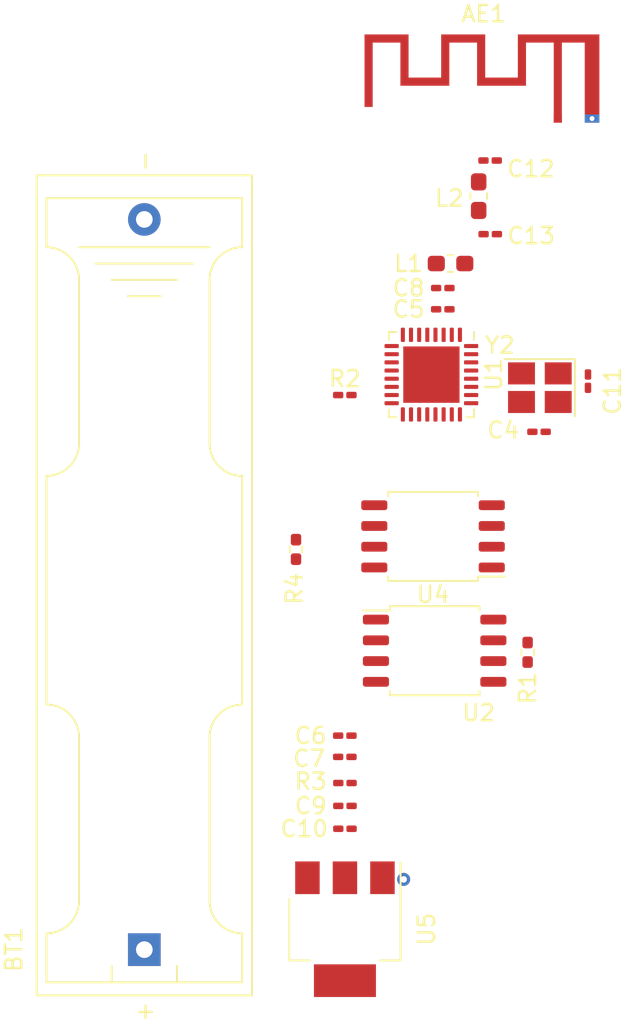
<source format=kicad_pcb>
(kicad_pcb (version 20221018) (generator pcbnew)
  (layers (0 "F.Cu" signal "Signal & Components") (1 "In1.Cu" power "GND") (2 "In2.Cu" power "Power") (31 "B.Cu" signal "Signal Only") (34 "B.Paste" user) (35 "F.Paste" user) (36 "B.SilkS" user "B.Silkscreen") (37 "F.SilkS" user "F.Silkscreen") (38 "B.Mask" user) (39 "F.Mask" user) (44 "Edge.Cuts" user))
  (net 0 "")
  (net 4 "Net-(U1-MTMS)")
  (net 5 "Net-(U1-MTDI)")
  (net 6 "Net-(U1-MTCK)")
  (net 7 "Net-(U1-MTDO)")
  (net 8 "Net-(U1-GPIO2)")
  (net 9 "Net-(U1-GPIO0)")
  (net 13 "GND")
  (net 15 "Net-(BT1-+)")
  (net 16 "Net-(U1-RES12K)")
  (net 17 "Net-(U1-VDDD)")
  (net 18 "Net-(U1-CHIP_PU)")
  (net 19 "Net-(C8-Pad1)")
  (net 20 "Net-(U1-SDIO_CLK)")
  (net 21 "Net-(U4-SCLK)")
  (net 22 "Net-(U1-SDIO_DATA_2)")
  (net 23 "Net-(U1-SDIO_DATA_3)")
  (net 24 "Net-(U1-SDIO_CMD)")
  (net 25 "Net-(U1-SDIO_DATA_0)")
  (net 26 "Net-(U1-SDIO_DATA_1)")
  (net 27 "Net-(AE1-A)")
  (net 28 "Net-(U1-XTAL_OUT)")
  (net 29 "Net-(U1-XTAL_IN)")
  (net 30 "Net-(U1-LNA)")
  (net 31 "Net-(U2-SCLK)")
  (footprint "Inductor_SMD:L_0603_1608Metric_Pad1.05x0.95mm_HandSolder" (layer "F.Cu") (at 147.8 73.075 -90)
    (fp_text reference "L2" (at 0.125 1.8 -180) (layer "F.SilkS"))
    (fp_text value "2.2nH" hide)
    (fp_line (start -0.171267 -0.51) (end 0.171267 -0.51) (stroke (width 0.12)) (layer "F.SilkS"))
    (fp_line (start -0.171267 0.51) (end 0.171267 0.51) (stroke (width 0.12)) (layer "F.SilkS"))
    (pad "1" smd roundrect (at -0.875 0 270) (size 1.05 0.95) (layers "F.Cu" "F.Paste" "F.Mask") (net 27 "Net-(AE1-A)"))
    (pad "2" smd roundrect (at 0.875 0 270) (size 1.05 0.95) (layers "F.Cu" "F.Paste" "F.Mask") (net 30 "Net-(U1-LNA)"))
  )
  (footprint "Resistor_SMD:R_0402_1005Metric_Pad0.72x0.64mm_HandSolder" (layer "F.Cu") (at 136.6 94.7 -90)
    (fp_text reference "R4" (at 2.3975 0.1 90) (layer "F.SilkS"))
    (fp_text value "200Ω" hide)
    (fp_line (start -0.167621 -0.38) (end 0.167621 -0.38) (stroke (width 0.12)) (layer "F.SilkS"))
    (fp_line (start -0.167621 0.38) (end 0.167621 0.38) (stroke (width 0.12)) (layer "F.SilkS"))
    (pad "1" smd roundrect (at -0.5975 0 270) (size 0.715 0.64) (layers "F.Cu" "F.Paste" "F.Mask") (net 20 "Net-(U1-SDIO_CLK)"))
    (pad "2" smd roundrect (at 0.5975 0 270) (size 0.715 0.64) (layers "F.Cu" "F.Paste" "F.Mask") (net 21 "Net-(U4-SCLK)"))
  )
  (footprint "Package_DFN_QFN:QFN-32-1EP_5x5mm_P0.5mm_EP3.45x3.45mm" (layer "F.Cu") (at 144.9 84 -90)
    (fp_text reference "U1" (at 0 -3.82 90) (layer "F.SilkS"))
    (fp_text value "ESP8266EX" hide)
    (fp_line (start -2.61 2.61) (end -2.61 2.135) (stroke (width 0.12)) (layer "F.SilkS"))
    (fp_line (start -2.135 -2.61) (end -2.61 -2.61) (stroke (width 0.12)) (layer "F.SilkS"))
    (fp_line (start -2.135 2.61) (end -2.61 2.61) (stroke (width 0.12)) (layer "F.SilkS"))
    (fp_line (start 2.135 -2.61) (end 2.61 -2.61) (stroke (width 0.12)) (layer "F.SilkS"))
    (fp_line (start 2.135 2.61) (end 2.61 2.61) (stroke (width 0.12)) (layer "F.SilkS"))
    (fp_line (start 2.61 -2.61) (end 2.61 -2.135) (stroke (width 0.12)) (layer "F.SilkS"))
    (fp_line (start 2.61 2.61) (end 2.61 2.135) (stroke (width 0.12)) (layer "F.SilkS"))
    (pad "1" smd roundrect (at -2.4375 -1.75 270) (size 0.875 0.25) (layers "F.Cu" "F.Paste" "F.Mask") (net 17 "Net-(U1-VDDD)"))
    (pad "2" smd roundrect (at -2.4375 -1.25 270) (size 0.875 0.25) (layers "F.Cu" "F.Paste" "F.Mask") (net 30 "Net-(U1-LNA)"))
    (pad "3" smd roundrect (at -2.4375 -0.75 270) (size 0.875 0.25) (layers "F.Cu" "F.Paste" "F.Mask") (net 19 "Net-(C8-Pad1)"))
    (pad "4" smd roundrect (at -2.4375 -0.25 270) (size 0.875 0.25) (layers "F.Cu" "F.Paste" "F.Mask") (net 19 "Net-(C8-Pad1)"))
    (pad "5" smd roundrect (at -2.4375 0.25 270) (size 0.875 0.25) (layers "F.Cu" "F.Paste" "F.Mask"))
    (pad "6" smd roundrect (at -2.4375 0.75 270) (size 0.875 0.25) (layers "F.Cu" "F.Paste" "F.Mask"))
    (pad "7" smd roundrect (at -2.4375 1.25 270) (size 0.875 0.25) (layers "F.Cu" "F.Paste" "F.Mask") (net 18 "Net-(U1-CHIP_PU)"))
    (pad "8" smd roundrect (at -2.4375 1.75 270) (size 0.875 0.25) (layers "F.Cu" "F.Paste" "F.Mask"))
    (pad "9" smd roundrect (at -1.75 2.4375 270) (size 0.25 0.875) (layers "F.Cu" "F.Paste" "F.Mask") (net 4 "Net-(U1-MTMS)"))
    (pad "10" smd roundrect (at -1.25 2.4375 270) (size 0.25 0.875) (layers "F.Cu" "F.Paste" "F.Mask") (net 5 "Net-(U1-MTDI)"))
    (pad "11" smd roundrect (at -0.75 2.4375 270) (size 0.25 0.875) (layers "F.Cu" "F.Paste" "F.Mask") (net 17 "Net-(U1-VDDD)"))
    (pad "12" smd roundrect (at -0.25 2.4375 270) (size 0.25 0.875) (layers "F.Cu" "F.Paste" "F.Mask") (net 6 "Net-(U1-MTCK)"))
    (pad "13" smd roundrect (at 0.25 2.4375 270) (size 0.25 0.875) (layers "F.Cu" "F.Paste" "F.Mask") (net 7 "Net-(U1-MTDO)"))
    (pad "14" smd roundrect (at 0.75 2.4375 270) (size 0.25 0.875) (layers "F.Cu" "F.Paste" "F.Mask") (net 8 "Net-(U1-GPIO2)"))
    (pad "15" smd roundrect (at 1.25 2.4375 270) (size 0.25 0.875) (layers "F.Cu" "F.Paste" "F.Mask") (net 9 "Net-(U1-GPIO0)"))
    (pad "16" smd roundrect (at 1.75 2.4375 270) (size 0.25 0.875) (layers "F.Cu" "F.Paste" "F.Mask"))
    (pad "17" smd roundrect (at 2.4375 1.75 270) (size 0.875 0.25) (layers "F.Cu" "F.Paste" "F.Mask") (net 17 "Net-(U1-VDDD)"))
    (pad "18" smd roundrect (at 2.4375 1.25 270) (size 0.875 0.25) (layers "F.Cu" "F.Paste" "F.Mask") (net 22 "Net-(U1-SDIO_DATA_2)"))
    (pad "19" smd roundrect (at 2.4375 0.75 270) (size 0.875 0.25) (layers "F.Cu" "F.Paste" "F.Mask") (net 23 "Net-(U1-SDIO_DATA_3)"))
    (pad "20" smd roundrect (at 2.4375 0.25 270) (size 0.875 0.25) (layers "F.Cu" "F.Paste" "F.Mask") (net 24 "Net-(U1-SDIO_CMD)"))
    (pad "21" smd roundrect (at 2.4375 -0.25 270) (size 0.875 0.25) (layers "F.Cu" "F.Paste" "F.Mask") (net 20 "Net-(U1-SDIO_CLK)"))
    (pad "22" smd roundrect (at 2.4375 -0.75 270) (size 0.875 0.25) (layers "F.Cu" "F.Paste" "F.Mask") (net 25 "Net-(U1-SDIO_DATA_0)"))
    (pad "23" smd roundrect (at 2.4375 -1.25 270) (size 0.875 0.25) (layers "F.Cu" "F.Paste" "F.Mask") (net 26 "Net-(U1-SDIO_DATA_1)"))
    (pad "24" smd roundrect (at 2.4375 -1.75 270) (size 0.875 0.25) (layers "F.Cu" "F.Paste" "F.Mask"))
    (pad "25" smd roundrect (at 1.75 -2.4375 270) (size 0.25 0.875) (layers "F.Cu" "F.Paste" "F.Mask"))
    (pad "26" smd roundrect (at 1.25 -2.4375 270) (size 0.25 0.875) (layers "F.Cu" "F.Paste" "F.Mask"))
    (pad "27" smd roundrect (at 0.75 -2.4375 270) (size 0.25 0.875) (layers "F.Cu" "F.Paste" "F.Mask") (net 28 "Net-(U1-XTAL_OUT)"))
    (pad "28" smd roundrect (at 0.25 -2.4375 270) (size 0.25 0.875) (layers "F.Cu" "F.Paste" "F.Mask") (net 29 "Net-(U1-XTAL_IN)"))
    (pad "29" smd roundrect (at -0.25 -2.4375 270) (size 0.25 0.875) (layers "F.Cu" "F.Paste" "F.Mask") (net 17 "Net-(U1-VDDD)"))
    (pad "30" smd roundrect (at -0.75 -2.4375 270) (size 0.25 0.875) (layers "F.Cu" "F.Paste" "F.Mask") (net 17 "Net-(U1-VDDD)"))
    (pad "31" smd roundrect (at -1.25 -2.4375 270) (size 0.25 0.875) (layers "F.Cu" "F.Paste" "F.Mask") (net 16 "Net-(U1-RES12K)"))
    (pad "32" smd roundrect (at -1.75 -2.4375 270) (size 0.25 0.875) (layers "F.Cu" "F.Paste" "F.Mask") (net 18 "Net-(U1-CHIP_PU)"))
    (pad "33" smd rect (at 0 0 270) (size 3.45 3.45) (layers "F.Cu" "F.Mask") (net 13 "GND"))
  )
  (footprint "RF_Antenna:Texas_SWRA117D_2.4GHz_Left" (layer "F.Cu") (at 152.65 68.325)
    (fp_text reference "AE1" (at -4.55 -6.41) (layer "F.SilkS"))
    (fp_text value "PCB Printed Antenna")
    (fp_poly (pts (xy -2.45 -2.51) (xy -4.45 -2.51) (xy -4.45 -5.15) (xy -7.15 -5.15) (xy -7.15 -2.51) (xy -9.15 -2.51) (xy -9.15 -5.15) (xy -11.85 -5.15) (xy -11.85 -0.71) (xy -11.35 -0.71) (xy -11.35 -4.65) (xy -9.65 -4.65) (xy -9.65 -2.01) (xy -6.65 -2.01) (xy -6.65 -4.65) (xy -4.95 -4.65) (xy -4.95 -2.01) (xy -1.95 -2.01) (xy -1.95 -4.65) (xy -0.25 -4.65) (xy -0.25 0.25) (xy 0.25 0.25) (xy 0.25 -4.65) (xy 1.65 -4.65) (xy 1.65 0.25) (xy 2.55 0.25) (xy 2.55 0.006785) (xy 2.247583 0.006785) (xy 2.237742 0.054395) (xy 2.213674 0.096797) (xy 2.175731 0.129581) (xy 2.167819 0.133935) (xy 2.125156 0.146043) (xy 2.076637 0.1453) (xy 2.031122 0.1324) (xy 2.012511 0.121787) (xy 1.978868 0.086553) (xy 1.958309 0.041368) (xy 1.951778 -0.008158) (xy 1.960218 -0.056417) (xy 1.977112 -0.088643) (xy 2.012372 -0.121313) (xy 2.057682 -0.141408) (xy 2.107267 -0.147982) (xy 2.155353 -0.140092) (xy 2.188245 -0.123186) (xy 2.223185 -0.086416) (xy 2.242847 -0.041622) (xy 2.247583 0.006785) (xy 2.55 0.006785) (xy 2.55 -5.15) (xy -2.45 -5.15) (xy -2.45 -2.51)) (fill solid) (layer "F.Cu"))
    (pad "1" connect rect (at 0 0) (size 0.5 0.5) (layers "F.Cu") (net 27 "Net-(AE1-A)"))
    (pad "2" thru_hole rect (at 2.1 0) (size 0.9 0.5) (drill 0.3) (layers "*.Cu") (net 13 "GND"))
  )
  (footprint "Capacitor_SMD:C_0201_0603Metric_Pad0.64x0.40mm_HandSolder" (layer "F.Cu") (at 139.5925 107.4 180)
    (fp_text reference "C7" (at 2.1925 -0.1) (layer "F.SilkS"))
    (fp_text value "0.1uF" hide)
    (pad "1" smd roundrect (at -0.4075 0 180) (size 0.635 0.4) (layers "F.Cu" "F.Mask") (net 18 "Net-(U1-CHIP_PU)"))
    (pad "2" smd roundrect (at 0.4075 0 180) (size 0.635 0.4) (layers "F.Cu" "F.Mask") (net 13 "GND"))
  )
  (footprint "Capacitor_SMD:C_0201_0603Metric_Pad0.64x0.40mm_HandSolder" (layer "F.Cu") (at 145.6 78.7 180)
    (fp_text reference "C8" (at 2.1 0) (layer "F.SilkS"))
    (fp_text value "0.1uF" hide)
    (pad "1" smd roundrect (at -0.4075 0 180) (size 0.635 0.4) (layers "F.Cu" "F.Mask") (net 19 "Net-(C8-Pad1)"))
    (pad "2" smd roundrect (at 0.4075 0 180) (size 0.635 0.4) (layers "F.Cu" "F.Mask") (net 13 "GND"))
  )
  (footprint "Capacitor_SMD:C_0201_0603Metric_Pad0.64x0.40mm_HandSolder" (layer "F.Cu") (at 139.6 110.4)
    (fp_text reference "C9" (at -2.1 0) (layer "F.SilkS"))
    (fp_text value "1uF" hide)
    (pad "1" smd roundrect (at -0.4075 0) (size 0.635 0.4) (layers "F.Cu" "F.Mask") (net 17 "Net-(U1-VDDD)"))
    (pad "2" smd roundrect (at 0.4075 0) (size 0.635 0.4) (layers "F.Cu" "F.Mask") (net 13 "GND"))
  )
  (footprint "Capacitor_SMD:C_0201_0603Metric_Pad0.64x0.40mm_HandSolder" (layer "F.Cu") (at 148.5 70.8925)
    (fp_text reference "C12" (at 2.5 0.5075) (layer "F.SilkS"))
    (fp_text value "2.4pF" hide)
    (pad "1" smd roundrect (at -0.4075 0) (size 0.635 0.4) (layers "F.Cu" "F.Mask") (net 27 "Net-(AE1-A)"))
    (pad "2" smd roundrect (at 0.4075 0) (size 0.635 0.4) (layers "F.Cu" "F.Mask") (net 13 "GND"))
  )
  (footprint "Capacitor_SMD:C_0201_0603Metric_Pad0.64x0.40mm_HandSolder" (layer "F.Cu") (at 148.5075 75.4)
    (fp_text reference "C13" (at 2.5075 0.1) (layer "F.SilkS"))
    (fp_text value "3pF" hide)
    (pad "1" smd roundrect (at -0.4075 0) (size 0.635 0.4) (layers "F.Cu" "F.Mask") (net 30 "Net-(U1-LNA)"))
    (pad "2" smd roundrect (at 0.4075 0) (size 0.635 0.4) (layers "F.Cu" "F.Mask") (net 13 "GND"))
  )
  (footprint "Resistor_SMD:R_0201_0603Metric_Pad0.64x0.40mm_HandSolder" (layer "F.Cu") (at 139.5925 85.25 180)
    (fp_text reference "R2" (at 0 1) (layer "F.SilkS"))
    (fp_text value "12kΩ ±1%" hide)
    (pad "1" smd roundrect (at -0.4075 0 180) (size 0.635 0.4) (layers "F.Cu" "F.Mask") (net 16 "Net-(U1-RES12K)"))
    (pad "2" smd roundrect (at 0.4075 0 180) (size 0.635 0.4) (layers "F.Cu" "F.Mask") (net 13 "GND"))
  )
  (footprint "Package_SO:SOP-8_5.28x5.23mm_P1.27mm" (layer "F.Cu") (at 145 93.9 180)
    (fp_text reference "U4" (at 0 -3.56) (layer "F.SilkS"))
    (fp_text value "MX25R3235FM2xx1" hide)
    (fp_line (start -2.75 -2.725) (end -2.75 -2.465) (stroke (width 0.12)) (layer "F.SilkS"))
    (fp_line (start -2.75 -2.465) (end -4.4 -2.465) (stroke (width 0.12)) (layer "F.SilkS"))
    (fp_line (start -2.75 2.725) (end -2.75 2.465) (stroke (width 0.12)) (layer "F.SilkS"))
    (fp_line (start 0 -2.725) (end -2.75 -2.725) (stroke (width 0.12)) (layer "F.SilkS"))
    (fp_line (start 0 -2.725) (end 2.75 -2.725) (stroke (width 0.12)) (layer "F.SilkS"))
    (fp_line (start 0 2.725) (end -2.75 2.725) (stroke (width 0.12)) (layer "F.SilkS"))
    (fp_line (start 0 2.725) (end 2.75 2.725) (stroke (width 0.12)) (layer "F.SilkS"))
    (fp_line (start 2.75 -2.725) (end 2.75 -2.465) (stroke (width 0.12)) (layer "F.SilkS"))
    (fp_line (start 2.75 2.725) (end 2.75 2.465) (stroke (width 0.12)) (layer "F.SilkS"))
    (pad "1" smd roundrect (at -3.6 -1.905 180) (size 1.6 0.6) (layers "F.Cu" "F.Paste" "F.Mask") (net 24 "Net-(U1-SDIO_CMD)"))
    (pad "2" smd roundrect (at -3.6 -0.635 180) (size 1.6 0.6) (layers "F.Cu" "F.Paste" "F.Mask") (net 25 "Net-(U1-SDIO_DATA_0)"))
    (pad "3" smd roundrect (at -3.6 0.635 180) (size 1.6 0.6) (layers "F.Cu" "F.Paste" "F.Mask") (net 23 "Net-(U1-SDIO_DATA_3)"))
    (pad "4" smd roundrect (at -3.6 1.905 180) (size 1.6 0.6) (layers "F.Cu" "F.Paste" "F.Mask") (net 13 "GND"))
    (pad "5" smd roundrect (at 3.6 1.905 180) (size 1.6 0.6) (layers "F.Cu" "F.Paste" "F.Mask") (net 26 "Net-(U1-SDIO_DATA_1)"))
    (pad "6" smd roundrect (at 3.6 0.635 180) (size 1.6 0.6) (layers "F.Cu" "F.Paste" "F.Mask") (net 21 "Net-(U4-SCLK)"))
    (pad "7" smd roundrect (at 3.6 -0.635 180) (size 1.6 0.6) (layers "F.Cu" "F.Paste" "F.Mask") (net 22 "Net-(U1-SDIO_DATA_2)"))
    (pad "8" smd roundrect (at 3.6 -1.905 180) (size 1.6 0.6) (layers "F.Cu" "F.Paste" "F.Mask") (net 17 "Net-(U1-VDDD)"))
  )
  (footprint "Capacitor_SMD:C_0201_0603Metric_Pad0.64x0.40mm_HandSolder" (layer "F.Cu") (at 139.5925 106.1 180)
    (fp_text reference "C6" (at 2.1 0) (layer "F.SilkS"))
    (fp_text value "10uF" hide)
    (pad "1" smd roundrect (at -0.4075 0 180) (size 0.635 0.4) (layers "F.Cu" "F.Mask") (net 17 "Net-(U1-VDDD)"))
    (pad "2" smd roundrect (at 0.4075 0 180) (size 0.635 0.4) (layers "F.Cu" "F.Mask") (net 13 "GND"))
  )
  (footprint "Capacitor_SMD:C_0201_0603Metric_Pad0.64x0.40mm_HandSolder" (layer "F.Cu") (at 151.5 87.5)
    (fp_text reference "C4" (at -2.2 -0.1) (layer "F.SilkS"))
    (fp_text value "15pF" hide)
    (pad "1" smd roundrect (at -0.4075 0) (size 0.635 0.4) (layers "F.Cu" "F.Mask") (net 28 "Net-(U1-XTAL_OUT)"))
    (pad "2" smd roundrect (at 0.4075 0) (size 0.635 0.4) (layers "F.Cu" "F.Mask") (net 13 "GND"))
  )
  (footprint "Resistor_SMD:R_0201_0603Metric_Pad0.64x0.40mm_HandSolder" (layer "F.Cu") (at 139.6 109)
    (fp_text reference "R3" (at -2.1 -0.1) (layer "F.SilkS"))
    (fp_text value "10kΩ" hide)
    (pad "1" smd roundrect (at -0.4075 0) (size 0.635 0.4) (layers "F.Cu" "F.Mask") (net 17 "Net-(U1-VDDD)"))
    (pad "2" smd roundrect (at 0.4075 0) (size 0.635 0.4) (layers "F.Cu" "F.Mask") (net 18 "Net-(U1-CHIP_PU)"))
  )
  (footprint "Resistor_SMD:R_0402_1005Metric_Pad0.72x0.64mm_HandSolder" (layer "F.Cu") (at 150.8 100.9975 -90)
    (fp_text reference "R1" (at 2.2025 0 90) (layer "F.SilkS"))
    (fp_text value "200Ω" hide)
    (fp_line (start -0.167621 -0.38) (end 0.167621 -0.38) (stroke (width 0.12)) (layer "F.SilkS"))
    (fp_line (start -0.167621 0.38) (end 0.167621 0.38) (stroke (width 0.12)) (layer "F.SilkS"))
    (pad "1" smd roundrect (at -0.5975 0 270) (size 0.715 0.64) (layers "F.Cu" "F.Paste" "F.Mask") (net 4 "Net-(U1-MTMS)"))
    (pad "2" smd roundrect (at 0.5975 0 270) (size 0.715 0.64) (layers "F.Cu" "F.Paste" "F.Mask") (net 31 "Net-(U2-SCLK)"))
  )
  (footprint "Capacitor_SMD:C_0201_0603Metric_Pad0.64x0.40mm_HandSolder" (layer "F.Cu") (at 139.6 111.8)
    (fp_text reference "C10" (at -2.5 0) (layer "F.SilkS"))
    (fp_text value "1uF" hide)
    (pad "1" smd roundrect (at -0.4075 0) (size 0.635 0.4) (layers "F.Cu" "F.Mask") (net 17 "Net-(U1-VDDD)"))
    (pad "2" smd roundrect (at 0.4075 0) (size 0.635 0.4) (layers "F.Cu" "F.Mask") (net 13 "GND"))
  )
  (footprint "Package_TO_SOT_SMD:SOT-223-3_TabPin2" (layer "F.Cu") (at 139.6 117.95 -90)
    (fp_text reference "U5" (at 0 -5 90) (layer "F.SilkS"))
    (fp_text value "AMS1117-3.3")
    (fp_line (start -4.1 -3.41) (end 1.91 -3.41) (stroke (width 0.12)) (layer "F.SilkS"))
    (fp_line (start -1.85 3.41) (end 1.91 3.41) (stroke (width 0.12)) (layer "F.SilkS"))
    (fp_line (start 1.91 -3.41) (end 1.91 -2.15) (stroke (width 0.12)) (layer "F.SilkS"))
    (fp_line (start 1.91 3.41) (end 1.91 2.15) (stroke (width 0.12)) (layer "F.SilkS"))
    (pad "1" smd rect (at -3.15 -2.3 270) (size 2 1.5) (layers "F.Cu" "F.Paste" "F.Mask") (net 13 "GND"))
    (pad "2" smd rect (at -3.15 0 270) (size 2 1.5) (layers "F.Cu" "F.Paste" "F.Mask") (net 17 "Net-(U1-VDDD)"))
    (pad "2" smd rect (at 3.15 0 270) (size 2 3.8) (layers "F.Cu" "F.Paste" "F.Mask") (net 17 "Net-(U1-VDDD)"))
    (pad "3" smd rect (at -3.15 2.3 270) (size 2 1.5) (layers "F.Cu" "F.Paste" "F.Mask") (net 15 "Net-(BT1-+)"))
  )
  (footprint "Capacitor_SMD:C_0201_0603Metric_Pad0.64x0.40mm_HandSolder" (layer "F.Cu") (at 145.6 80 180)
    (fp_text reference "C5" (at 2.1 0) (layer "F.SilkS"))
    (fp_text value "0.1uF" hide)
    (pad "1" smd roundrect (at -0.4075 0 180) (size 0.635 0.4) (layers "F.Cu" "F.Mask") (net 17 "Net-(U1-VDDD)"))
    (pad "2" smd roundrect (at 0.4075 0 180) (size 0.635 0.4) (layers "F.Cu" "F.Mask") (net 13 "GND"))
  )
  (footprint "Package_SO:SOP-8_5.28x5.23mm_P1.27mm" (layer "F.Cu") (at 145.1 100.9)
    (fp_text reference "U2" (at 2.7 3.8) (layer "F.SilkS"))
    (fp_text value "MX25R3235FM2xx1" hide)
    (fp_line (start -2.75 -2.725) (end -2.75 -2.465) (stroke (width 0.12)) (layer "F.SilkS"))
    (fp_line (start -2.75 -2.465) (end -4.4 -2.465) (stroke (width 0.12)) (layer "F.SilkS"))
    (fp_line (start -2.75 2.725) (end -2.75 2.465) (stroke (width 0.12)) (layer "F.SilkS"))
    (fp_line (start 0 -2.725) (end -2.75 -2.725) (stroke (width 0.12)) (layer "F.SilkS"))
    (fp_line (start 0 -2.725) (end 2.75 -2.725) (stroke (width 0.12)) (layer "F.SilkS"))
    (fp_line (start 0 2.725) (end -2.75 2.725) (stroke (width 0.12)) (layer "F.SilkS"))
    (fp_line (start 0 2.725) (end 2.75 2.725) (stroke (width 0.12)) (layer "F.SilkS"))
    (fp_line (start 2.75 -2.725) (end 2.75 -2.465) (stroke (width 0.12)) (layer "F.SilkS"))
    (fp_line (start 2.75 2.725) (end 2.75 2.465) (stroke (width 0.12)) (layer "F.SilkS"))
    (pad "1" smd roundrect (at -3.6 -1.905) (size 1.6 0.6) (layers "F.Cu" "F.Paste" "F.Mask") (net 7 "Net-(U1-MTDO)"))
    (pad "2" smd roundrect (at -3.6 -0.635) (size 1.6 0.6) (layers "F.Cu" "F.Paste" "F.Mask") (net 5 "Net-(U1-MTDI)"))
    (pad "3" smd roundrect (at -3.6 0.635) (size 1.6 0.6) (layers "F.Cu" "F.Paste" "F.Mask") (net 9 "Net-(U1-GPIO0)"))
    (pad "4" smd roundrect (at -3.6 1.905) (size 1.6 0.6) (layers "F.Cu" "F.Paste" "F.Mask") (net 13 "GND"))
    (pad "5" smd roundrect (at 3.6 1.905) (size 1.6 0.6) (layers "F.Cu" "F.Paste" "F.Mask") (net 6 "Net-(U1-MTCK)"))
    (pad "6" smd roundrect (at 3.6 0.635) (size 1.6 0.6) (layers "F.Cu" "F.Paste" "F.Mask") (net 31 "Net-(U2-SCLK)"))
    (pad "7" smd roundrect (at 3.6 -0.635) (size 1.6 0.6) (layers "F.Cu" "F.Paste" "F.Mask") (net 8 "Net-(U1-GPIO2)"))
    (pad "8" smd roundrect (at 3.6 -1.905) (size 1.6 0.6) (layers "F.Cu" "F.Paste" "F.Mask") (net 17 "Net-(U1-VDDD)"))
  )
  (footprint "Inductor_SMD:L_0603_1608Metric_Pad1.05x0.95mm_HandSolder" (layer "F.Cu") (at 146.075 77.2)
    (fp_text reference "L1" (at -2.575 0) (layer "F.SilkS"))
    (fp_text value "4.3nH" hide)
    (fp_line (start -0.171267 -0.51) (end 0.171267 -0.51) (stroke (width 0.12)) (layer "F.SilkS"))
    (fp_line (start -0.171267 0.51) (end 0.171267 0.51) (stroke (width 0.12)) (layer "F.SilkS"))
    (pad "1" smd roundrect (at -0.875 0) (size 1.05 0.95) (layers "F.Cu" "F.Paste" "F.Mask") (net 17 "Net-(U1-VDDD)"))
    (pad "2" smd roundrect (at 0.875 0) (size 1.05 0.95) (layers "F.Cu" "F.Paste" "F.Mask") (net 19 "Net-(C8-Pad1)"))
  )
  (footprint "Capacitor_SMD:C_0201_0603Metric_Pad0.64x0.40mm_HandSolder" (layer "F.Cu") (at 154.5 84.4 -90)
    (fp_text reference "C11" (at 0.6 -1.5 90) (layer "F.SilkS"))
    (fp_text value "15pF" hide)
    (pad "1" smd roundrect (at -0.4075 0 270) (size 0.635 0.4) (layers "F.Cu" "F.Mask") (net 29 "Net-(U1-XTAL_IN)"))
    (pad "2" smd roundrect (at 0.4075 0 270) (size 0.635 0.4) (layers "F.Cu" "F.Mask") (net 13 "GND"))
  )
  (footprint "Oscillator:Oscillator_SMD_SeikoEpson_SG210-4Pin_2.5x2.0mm_HandSoldering" (layer "F.Cu") (at 151.55 84.8 180)
    (fp_text reference "Y2" (at 2.45 2.6 180) (layer "F.SilkS"))
    (fp_text value "XTAL" hide)
    (fp_line (start -2.15 -1.75) (end -2.15 1.75) (stroke (width 0.12)) (layer "F.SilkS"))
    (fp_line (start -2.15 1.75) (end 2.15 1.75) (stroke (width 0.12)) (layer "F.SilkS"))
    (pad "1" smd rect (at -1.125 0.875 180) (size 1.65 1.35) (layers "F.Cu" "F.Paste" "F.Mask") (net 29 "Net-(U1-XTAL_IN)"))
    (pad "2" smd rect (at 1.125 0.875 180) (size 1.65 1.35) (layers "F.Cu" "F.Paste" "F.Mask") (net 13 "GND"))
    (pad "3" smd rect (at 1.125 -0.875 180) (size 1.65 1.35) (layers "F.Cu" "F.Paste" "F.Mask") (net 28 "Net-(U1-XTAL_OUT)"))
    (pad "4" smd rect (at -1.125 -0.875 180) (size 1.65 1.35) (layers "F.Cu" "F.Paste" "F.Mask") (net 13 "GND"))
  )
  (footprint "Battery:BatteryHolder_Keystone_2466_1xAAA" (layer "F.Cu") (at 127.3 119.2 90)
    (fp_text reference "BT1" (at 0 -8 90) (layer "F.SilkS"))
    (fp_text value "1x 3.7V")
    (fp_text user "+" (at -3.81 0 90) (layer "F.SilkS"))
    (fp_text user "-" (at 48.26 0 90) (layer "F.SilkS"))
    (fp_line (start -2.8 -6.6) (end -2.8 6.6) (stroke (width 0.12)) (layer "F.SilkS"))
    (fp_line (start -2.8 6.6) (end 47.4 6.6) (stroke (width 0.12)) (layer "F.SilkS"))
    (fp_line (start -2 -6) (end -2 6) (stroke (width 0.12)) (layer "F.SilkS"))
    (fp_line (start -2 -6) (end 1 -6) (stroke (width 0.12)) (layer "F.SilkS"))
    (fp_line (start -2 -2) (end -1 -2) (stroke (width 0.12)) (layer "F.SilkS"))
    (fp_line (start -2 6) (end 1 6) (stroke (width 0.12)) (layer "F.SilkS"))
    (fp_line (start -1 2) (end -2 2) (stroke (width 0.12)) (layer "F.SilkS"))
    (fp_line (start 3 -4) (end 13 -4) (stroke (width 0.12)) (layer "F.SilkS"))
    (fp_line (start 3 4) (end 13 4) (stroke (width 0.12)) (layer "F.SilkS"))
    (fp_line (start 15 6) (end 29 6) (stroke (width 0.12)) (layer "F.SilkS"))
    (fp_line (start 29 -6) (end 15 -6) (stroke (width 0.12)) (layer "F.SilkS"))
    (fp_line (start 40 -1) (end 40 1) (stroke (width 0.12)) (layer "F.SilkS"))
    (fp_line (start 41 -4) (end 31 -4) (stroke (width 0.12)) (layer "F.SilkS"))
    (fp_line (start 41 -2) (end 41 2) (stroke (width 0.12)) (layer "F.SilkS"))
    (fp_line (start 41 4) (end 31 4) (stroke (width 0.12)) (layer "F.SilkS"))
    (fp_line (start 42 3) (end 42 -3) (stroke (width 0.12)) (layer "F.SilkS"))
    (fp_line (start 43 -4) (end 43 4) (stroke (width 0.12)) (layer "F.SilkS"))
    (fp_line (start 46 -6) (end 43 -6) (stroke (width 0.12)) (layer "F.SilkS"))
    (fp_line (start 46 -6) (end 46 6) (stroke (width 0.12)) (layer "F.SilkS"))
    (fp_line (start 46 6) (end 43 6) (stroke (width 0.12)) (layer "F.SilkS"))
    (fp_line (start 47.4 -6.6) (end -2.8 -6.6) (stroke (width 0.12)) (layer "F.SilkS"))
    (fp_line (start 47.4 6.6) (end 47.4 -6.6) (stroke (width 0.12)) (layer "F.SilkS"))
    (fp_arc (start 1 6) (mid 1.585786 4.585786) (end 3 4) (stroke (width 0.12)) (layer "F.SilkS"))
    (fp_arc (start 3 -4) (mid 1.585786 -4.585786) (end 1 -6) (stroke (width 0.12)) (layer "F.SilkS"))
    (fp_arc (start 13 4) (mid 14.414214 4.585786) (end 15 6) (stroke (width 0.12)) (layer "F.SilkS"))
    (fp_arc (start 15 -6) (mid 14.414214 -4.585786) (end 13 -4) (stroke (width 0.12)) (layer "F.SilkS"))
    (fp_arc (start 29 6) (mid 29.585786 4.585786) (end 31 4) (stroke (width 0.12)) (layer "F.SilkS"))
    (fp_arc (start 31 -4) (mid 29.585786 -4.585786) (end 29 -6) (stroke (width 0.12)) (layer "F.SilkS"))
    (fp_arc (start 41 4) (mid 42.414214 4.585786) (end 43 6) (stroke (width 0.12)) (layer "F.SilkS"))
    (fp_arc (start 43 -6) (mid 42.414214 -4.585786) (end 41 -4) (stroke (width 0.12)) (layer "F.SilkS"))
    (pad "1" thru_hole rect (at 0 0 90) (size 2 2) (drill 1.02) (layers "*.Cu" "*.Mask") (net 15 "Net-(BT1-+)"))
    (pad "2" thru_hole circle (at 44.7 0 90) (size 2 2) (drill 1.02) (layers "*.Cu" "*.Mask") (net 13 "GND"))
  )
  (via (at 143.2 114.9) (size 0.8) (drill 0.4) (layers "F.Cu" "B.Cu") (net 0))
)
</source>
